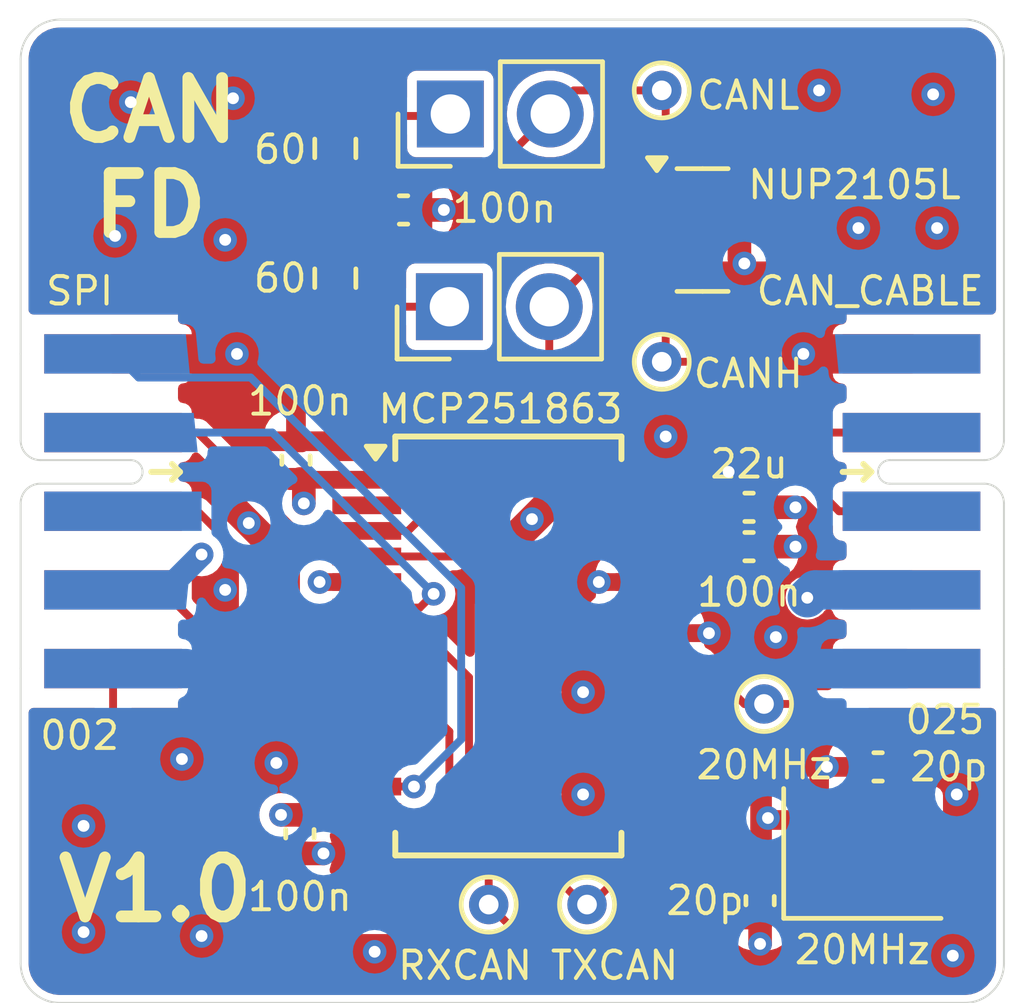
<source format=kicad_pcb>
(kicad_pcb (version 20241010) (generator "pcbnew") (generator_version "8.99")
  (layers (0 "F.Cu" signal) (4 "In1.Cu" signal) (6 "In2.Cu" signal) (2 "B.Cu" signal) (13 "F.Paste" user) (15 "B.Paste" user) (5 "F.SilkS" user "F.Silkscreen") (7 "B.SilkS" user "B.Silkscreen") (1 "F.Mask" user) (3 "B.Mask" user) (25 "Edge.Cuts" user))
  (net 0 "")
  (net 1 "GND")
  (net 2 "+3V3")
  (net 4 "+5V")
  (net 5 "Net-(C7-Pad1)")
  (net 11 "/can_to_spi_MCP25xx/OSC1")
  (net 12 "/can_to_spi_MCP25xx/OSC2")
  (net 13 "/can_to_spi_MCP25xx/CANH")
  (net 14 "/can_to_spi_MCP25xx/CANL")
  (net 15 "/can_to_spi_MCP25xx/~{INT0}")
  (net 16 "/can_to_spi_MCP25xx/SCK")
  (net 17 "/can_to_spi_MCP25xx/~{INT1}")
  (net 18 "/can_to_spi_MCP25xx/~{CS}")
  (net 19 "/can_to_spi_MCP25xx/MOSI")
  (net 20 "/can_to_spi_MCP25xx/MISO")
  (net 21 "Net-(U1-TXCAN)")
  (net 22 "Net-(U1-RXCAN)")
  (net 31 "Net-(JP1-A)")
  (net 32 "Net-(JP2-A)")
  (footprint "Connector_PinHeader_2.54mm:PinHeader_1x02_P2.54mm_Vertical" (layer "F.Cu") (at 138.325 82.8 90)
    (property "Reference" "JP2" (hide yes))
    (property "Value" "Jumper_2_Open")
    (fp_line (start -1.33 -1.33) (end 0 -1.33) (stroke (width 0.12)) (layer "F.SilkS"))
    (fp_line (start -1.33 0) (end -1.33 -1.33) (stroke (width 0.12)) (layer "F.SilkS"))
    (fp_line (start 1.33 1.27) (end 1.33 3.87) (stroke (width 0.12)) (layer "F.SilkS"))
    (fp_line (start -1.33 1.27) (end 1.33 1.27) (stroke (width 0.12)) (layer "F.SilkS"))
    (fp_line (start -1.33 1.27) (end -1.33 3.87) (stroke (width 0.12)) (layer "F.SilkS"))
    (fp_line (start -1.33 3.87) (end 1.33 3.87) (stroke (width 0.12)) (layer "F.SilkS"))
    (pad "1" thru_hole rect (at 0 0 90) (size 1.7 1.7) (drill 1) (layers "*.Cu" "*.Mask") (net 32 "Net-(JP2-A)"))
    (pad "2" thru_hole oval (at 0 2.54 90) (size 1.7 1.7) (drill 1) (layers "*.Cu" "*.Mask") (net 14 "/can_to_spi_MCP25xx/CANL"))
  )
  (footprint "TestPoint:TestPoint_THTPad_D1.0mm_Drill0.5mm" (layer "F.Cu") (at 146.3 97.8)
    (property "Reference" "TP5")
    (property "Value" "20MHz" (at 0 1.55 0) (layer "F.SilkS") (effects (font (size 0.7 0.7) (thickness 0.1))))
    (fp_circle (center 0 0) (end 0 0.7) (stroke (width 0.12)) (fill none) (layer "F.SilkS"))
    (pad "1" thru_hole circle (at 0 0) (size 1 1) (drill 0.5) (layers "*.Cu" "*.Mask") (net 11 "/can_to_spi_MCP25xx/OSC1"))
  )
  (footprint "Capacitor_SMD:C_0402_1005Metric" (layer "F.Cu") (at 146.2 102.8 -90)
    (property "Reference" "C6" (hide yes))
    (property "Value" "20p" (at 0 1.4 180) (layer "F.SilkS") (effects (font (size 0.7 0.7) (thickness 0.1))))
    (fp_line (start -0.107836 0.36) (end 0.107836 0.36) (stroke (width 0.12)) (layer "F.SilkS"))
    (fp_line (start -0.107836 -0.36) (end 0.107836 -0.36) (stroke (width 0.12)) (layer "F.SilkS"))
    (pad "1" smd roundrect (at -0.48 0 270) (size 0.56 0.62) (layers "F.Cu" "F.Mask" "F.Paste") (net 12 "/can_to_spi_MCP25xx/OSC2"))
    (pad "2" smd roundrect (at 0.48 0 270) (size 0.56 0.62) (layers "F.Cu" "F.Mask" "F.Paste") (net 1 "GND"))
  )
  (footprint "Capacitor_SMD:C_0402_1005Metric" (layer "F.Cu") (at 134.4 91.6 90)
    (property "Reference" "C1" (hide yes))
    (property "Value" "100n" (at 1.5 0.1 0) (layer "F.SilkS") (effects (font (size 0.7 0.7) (thickness 0.1))))
    (fp_line (start -0.107836 -0.36) (end 0.107836 -0.36) (stroke (width 0.12)) (layer "F.SilkS"))
    (fp_line (start -0.107836 0.36) (end 0.107836 0.36) (stroke (width 0.12)) (layer "F.SilkS"))
    (pad "1" smd roundrect (at -0.48 0 90) (size 0.56 0.62) (layers "F.Cu" "F.Mask" "F.Paste") (net 2 "+3V3"))
    (pad "2" smd roundrect (at 0.48 0 90) (size 0.56 0.62) (layers "F.Cu" "F.Mask" "F.Paste") (net 1 "GND"))
  )
  (footprint "Resistor_SMD:R_0603_1608Metric" (layer "F.Cu") (at 135.4 83.675 90)
    (property "Reference" "R2" (hide yes))
    (property "Value" "60" (at -0.025 -1.4 180) (layer "F.SilkS") (effects (font (size 0.7 0.7) (thickness 0.1))))
    (fp_line (start -0.237258 -0.5225) (end 0.237258 -0.5225) (stroke (width 0.12)) (layer "F.SilkS"))
    (fp_line (start -0.237258 0.5225) (end 0.237258 0.5225) (stroke (width 0.12)) (layer "F.SilkS"))
    (pad "1" smd roundrect (at -0.825 0 90) (size 0.8 0.95) (layers "F.Cu" "F.Mask" "F.Paste") (net 5 "Net-(C7-Pad1)"))
    (pad "2" smd roundrect (at 0.825 0 90) (size 0.8 0.95) (layers "F.Cu" "F.Mask" "F.Paste") (net 32 "Net-(JP2-A)"))
  )
  (footprint "Package_SO:SSOP-28_5.3x10.2mm_P0.65mm" (layer "F.Cu") (at 139.8 96.325)
    (property "Reference" "U1")
    (property "Value" "MCP251863" (at -0.2 -6.025 0) (layer "F.SilkS") (effects (font (size 0.7 0.7) (thickness 0.1))))
    (fp_line (start -2.875 -5.325) (end -2.875 -4.75) (stroke (width 0.15)) (layer "F.SilkS"))
    (fp_line (start -2.875 -5.325) (end 2.875 -5.325) (stroke (width 0.15)) (layer "F.SilkS"))
    (fp_line (start -2.875 4.75) (end -2.875 5.325) (stroke (width 0.15)) (layer "F.SilkS"))
    (fp_line (start -2.875 5.325) (end 2.875 5.325) (stroke (width 0.15)) (layer "F.SilkS"))
    (fp_line (start 2.875 -5.325) (end 2.875 -4.75) (stroke (width 0.15)) (layer "F.SilkS"))
    (fp_line (start 2.875 4.75) (end 2.875 5.325) (stroke (width 0.15)) (layer "F.SilkS"))
    (fp_poly (pts (xy -3.375 -4.75) (xy -3.615 -5.08) (xy -3.135 -5.08) (xy -3.375 -4.75)) (stroke (width 0.12)) (fill solid) (layer "F.SilkS"))
    (pad "1" smd rect (at -3.6 -4.225) (size 1.75 0.45) (layers "F.Cu" "F.Mask" "F.Paste") (net 2 "+3V3"))
    (pad "2" smd rect (at -3.6 -3.575) (size 1.75 0.45) (layers "F.Cu" "F.Mask" "F.Paste"))
    (pad "3" smd rect (at -3.6 -2.925) (size 1.75 0.45) (layers "F.Cu" "F.Mask" "F.Paste") (net 14 "/can_to_spi_MCP25xx/CANL"))
    (pad "4" smd rect (at -3.6 -2.275) (size 1.75 0.45) (layers "F.Cu" "F.Mask" "F.Paste") (net 13 "/can_to_spi_MCP25xx/CANH"))
    (pad "5" smd rect (at -3.6 -1.625) (size 1.75 0.45) (layers "F.Cu" "F.Mask" "F.Paste") (net 1 "GND"))
    (pad "6" smd rect (at -3.6 -0.975) (size 1.75 0.45) (layers "F.Cu" "F.Mask" "F.Paste") (net 17 "/can_to_spi_MCP25xx/~{INT1}"))
    (pad "7" smd rect (at -3.6 -0.325) (size 1.75 0.45) (layers "F.Cu" "F.Mask" "F.Paste") (net 15 "/can_to_spi_MCP25xx/~{INT0}"))
    (pad "8" smd rect (at -3.6 0.325) (size 1.75 0.45) (layers "F.Cu" "F.Mask" "F.Paste"))
    (pad "9" smd rect (at -3.6 0.975) (size 1.75 0.45) (layers "F.Cu" "F.Mask" "F.Paste") (net 16 "/can_to_spi_MCP25xx/SCK"))
    (pad "10" smd rect (at -3.6 1.625) (size 1.75 0.45) (layers "F.Cu" "F.Mask" "F.Paste") (net 19 "/can_to_spi_MCP25xx/MOSI"))
    (pad "11" smd rect (at -3.6 2.275) (size 1.75 0.45) (layers "F.Cu" "F.Mask" "F.Paste") (net 20 "/can_to_spi_MCP25xx/MISO"))
    (pad "12" smd rect (at -3.6 2.925) (size 1.75 0.45) (layers "F.Cu" "F.Mask" "F.Paste"))
    (pad "13" smd rect (at -3.6 3.575) (size 1.75 0.45) (layers "F.Cu" "F.Mask" "F.Paste") (net 18 "/can_to_spi_MCP25xx/~{CS}"))
    (pad "14" smd rect (at -3.6 4.225) (size 1.75 0.45) (layers "F.Cu" "F.Mask" "F.Paste") (net 2 "+3V3"))
    (pad "15" smd rect (at 3.6 4.225) (size 1.75 0.45) (layers "F.Cu" "F.Mask" "F.Paste") (net 21 "Net-(U1-TXCAN)"))
    (pad "16" smd rect (at 3.6 3.575) (size 1.75 0.45) (layers "F.Cu" "F.Mask" "F.Paste") (net 22 "Net-(U1-RXCAN)"))
    (pad "17" smd rect (at 3.6 2.925) (size 1.75 0.45) (layers "F.Cu" "F.Mask" "F.Paste"))
    (pad "18" smd rect (at 3.6 2.275) (size 1.75 0.45) (layers "F.Cu" "F.Mask" "F.Paste"))
    (pad "19" smd rect (at 3.6 1.625) (size 1.75 0.45) (layers "F.Cu" "F.Mask" "F.Paste"))
    (pad "20" smd rect (at 3.6 0.975) (size 1.75 0.45) (layers "F.Cu" "F.Mask" "F.Paste") (net 12 "/can_to_spi_MCP25xx/OSC2"))
    (pad "21" smd rect (at 3.6 0.325) (size 1.75 0.45) (layers "F.Cu" "F.Mask" "F.Paste") (net 11 "/can_to_spi_MCP25xx/OSC1"))
    (pad "22" smd rect (at 3.6 -0.325) (size 1.75 0.45) (layers "F.Cu" "F.Mask" "F.Paste") (net 1 "GND"))
    (pad "23" smd rect (at 3.6 -0.975) (size 1.75 0.45) (layers "F.Cu" "F.Mask" "F.Paste") (net 21 "Net-(U1-TXCAN)"))
    (pad "24" smd rect (at 3.6 -1.625) (size 1.75 0.45) (layers "F.Cu" "F.Mask" "F.Paste") (net 1 "GND"))
    (pad "25" smd rect (at 3.6 -2.275) (size 1.75 0.45) (layers "F.Cu" "F.Mask" "F.Paste") (net 4 "+5V"))
    (pad "26" smd rect (at 3.6 -2.925) (size 1.75 0.45) (layers "F.Cu" "F.Mask" "F.Paste"))
    (pad "27" smd rect (at 3.6 -3.575) (size 1.75 0.45) (layers "F.Cu" "F.Mask" "F.Paste"))
    (pad "28" smd rect (at 3.6 -4.225) (size 1.75 0.45) (layers "F.Cu" "F.Mask" "F.Paste") (net 22 "Net-(U1-RXCAN)"))
  )
  (footprint "Capacitor_SMD:C_0402_1005Metric" (layer "F.Cu") (at 145.92 93.8)
    (property "Reference" "C3" (hide yes))
    (property "Value" "100n" (at 0 1.16 0) (layer "F.SilkS") (effects (font (size 0.7 0.7) (thickness 0.1))))
    (fp_line (start -0.107836 -0.36) (end 0.107836 -0.36) (stroke (width 0.12)) (layer "F.SilkS"))
    (fp_line (start -0.107836 0.36) (end 0.107836 0.36) (stroke (width 0.12)) (layer "F.SilkS"))
    (pad "1" smd roundrect (at -0.48 0) (size 0.56 0.62) (layers "F.Cu" "F.Mask" "F.Paste") (net 4 "+5V"))
    (pad "2" smd roundrect (at 0.48 0) (size 0.56 0.62) (layers "F.Cu" "F.Mask" "F.Paste") (net 1 "GND"))
  )
  (footprint "TestPoint:TestPoint_THTPad_D1.0mm_Drill0.5mm" (layer "F.Cu") (at 141.8 102.9)
    (property "Reference" "TP1")
    (property "Value" "TXCAN" (at 0.7 1.55 0) (layer "F.SilkS") (effects (font (size 0.7 0.7) (thickness 0.1))))
    (fp_circle (center 0 0) (end 0 0.7) (stroke (width 0.12)) (fill none) (layer "F.SilkS"))
    (pad "1" thru_hole circle (at 0 0) (size 1 1) (drill 0.5) (layers "*.Cu" "*.Mask") (net 21 "Net-(U1-TXCAN)"))
  )
  (footprint "Capacitor_SMD:C_0402_1005Metric" (layer "F.Cu") (at 149.2 99.4)
    (property "Reference" "C5" (hide yes))
    (property "Value" "20p" (at 1.8 0 0) (layer "F.SilkS") (effects (font (size 0.7 0.7) (thickness 0.1))))
    (fp_line (start -0.107836 -0.36) (end 0.107836 -0.36) (stroke (width 0.12)) (layer "F.SilkS"))
    (fp_line (start -0.107836 0.36) (end 0.107836 0.36) (stroke (width 0.12)) (layer "F.SilkS"))
    (pad "1" smd roundrect (at -0.48 0) (size 0.56 0.62) (layers "F.Cu" "F.Mask" "F.Paste") (net 1 "GND"))
    (pad "2" smd roundrect (at 0.48 0) (size 0.56 0.62) (layers "F.Cu" "F.Mask" "F.Paste") (net 11 "/can_to_spi_MCP25xx/OSC1"))
  )
  (footprint "Capacitor_SMD:C_0402_1005Metric" (layer "F.Cu") (at 145.92 92.8)
    (property "Reference" "C4" (hide yes))
    (property "Value" "22u" (at 0 -1.1 0) (layer "F.SilkS") (effects (font (size 0.7 0.7) (thickness 0.1))))
    (fp_line (start -0.107836 -0.36) (end 0.107836 -0.36) (stroke (width 0.12)) (layer "F.SilkS"))
    (fp_line (start -0.107836 0.36) (end 0.107836 0.36) (stroke (width 0.12)) (layer "F.SilkS"))
    (pad "1" smd roundrect (at -0.48 0) (size 0.56 0.62) (layers "F.Cu" "F.Mask" "F.Paste") (net 4 "+5V"))
    (pad "2" smd roundrect (at 0.48 0) (size 0.56 0.62) (layers "F.Cu" "F.Mask" "F.Paste") (net 1 "GND"))
  )
  (footprint "TestPoint:TestPoint_THTPad_D1.0mm_Drill0.5mm" (layer "F.Cu") (at 143.7 89.1)
    (property "Reference" "TP3" (hide yes))
    (property "Value" "CANH" (at 2.2 0.3 0) (layer "F.SilkS") (effects (font (size 0.7 0.7) (thickness 0.1))))
    (fp_circle (center 0 0) (end 0 0.7) (stroke (width 0.12)) (fill none) (layer "F.SilkS"))
    (pad "1" thru_hole circle (at 0 0) (size 1 1) (drill 0.5) (layers "*.Cu" "*.Mask") (net 13 "/can_to_spi_MCP25xx/CANH"))
  )
  (footprint "Resistor_SMD:R_0603_1608Metric" (layer "F.Cu") (at 135.4 86.975 90)
    (property "Reference" "R1" (hide yes))
    (property "Value" "60" (at 0 -1.4 180) (layer "F.SilkS") (effects (font (size 0.7 0.7) (thickness 0.1))))
    (fp_line (start -0.237258 -0.5225) (end 0.237258 -0.5225) (stroke (width 0.12)) (layer "F.SilkS"))
    (fp_line (start -0.237258 0.5225) (end 0.237258 0.5225) (stroke (width 0.12)) (layer "F.SilkS"))
    (pad "1" smd roundrect (at -0.825 0 90) (size 0.8 0.95) (layers "F.Cu" "F.Mask" "F.Paste") (net 31 "Net-(JP1-A)"))
    (pad "2" smd roundrect (at 0.825 0 90) (size 0.8 0.95) (layers "F.Cu" "F.Mask" "F.Paste") (net 5 "Net-(C7-Pad1)"))
  )
  (footprint "TestPoint:TestPoint_THTPad_D1.0mm_Drill0.5mm" (layer "F.Cu") (at 143.7 82.2)
    (property "Reference" "TP4" (hide yes))
    (property "Value" "CANL" (at 2.2 0.125 0) (layer "F.SilkS") (effects (font (size 0.7 0.7) (thickness 0.1))))
    (fp_circle (center 0 0) (end 0 0.7) (stroke (width 0.12)) (fill none) (layer "F.SilkS"))
    (pad "1" thru_hole circle (at 0 0) (size 1 1) (drill 0.5) (layers "*.Cu" "*.Mask") (net 14 "/can_to_spi_MCP25xx/CANL"))
  )
  (footprint "Crystal:Crystal_SMD_3225-4Pin_3.2x2.5mm" (layer "F.Cu") (at 148.8 101.6)
    (property "Reference" "Y1" (hide yes))
    (property "Value" "20MHz" (at 0 2.45 0) (layer "F.SilkS") (effects (font (size 0.7 0.7) (thickness 0.1))))
    (fp_line (start -2 -1.65) (end -2 1.65) (stroke (width 0.12)) (layer "F.SilkS"))
    (fp_line (start -2 1.65) (end 2 1.65) (stroke (width 0.12)) (layer "F.SilkS"))
    (pad "1" smd rect (at -1.1 0.85) (size 1.4 1.2) (layers "F.Cu" "F.Mask" "F.Paste") (net 12 "/can_to_spi_MCP25xx/OSC2"))
    (pad "2" smd rect (at 1.1 0.85) (size 1.4 1.2) (layers "F.Cu" "F.Mask" "F.Paste") (net 1 "GND"))
    (pad "3" smd rect (at 1.1 -0.85) (size 1.4 1.2) (layers "F.Cu" "F.Mask" "F.Paste") (net 11 "/can_to_spi_MCP25xx/OSC1"))
    (pad "4" smd rect (at -1.1 -0.85) (size 1.4 1.2) (layers "F.Cu" "F.Mask" "F.Paste") (net 1 "GND"))
  )
  (footprint "Package_TO_SOT_SMD:SOT-23" (layer "F.Cu") (at 144.7375 85.75)
    (property "Reference" "D1" (hide yes))
    (property "Value" "NUP2105L" (at 3.8625 -1.15 0) (layer "F.SilkS") (effects (font (size 0.7 0.7) (thickness 0.1))))
    (fp_line (start 0 -1.56) (end -0.65 -1.56) (stroke (width 0.12)) (layer "F.SilkS"))
    (fp_line (start 0 -1.56) (end 0.65 -1.56) (stroke (width 0.12)) (layer "F.SilkS"))
    (fp_line (start 0 1.56) (end -0.65 1.56) (stroke (width 0.12)) (layer "F.SilkS"))
    (fp_line (start 0 1.56) (end 0.65 1.56) (stroke (width 0.12)) (layer "F.SilkS"))
    (fp_poly (pts (xy -1.1625 -1.51) (xy -1.4025 -1.84) (xy -0.9225 -1.84) (xy -1.1625 -1.51)) (stroke (width 0.12)) (fill solid) (layer "F.SilkS"))
    (pad "1" smd roundrect (at -0.9375 -0.95) (size 1.475 0.6) (layers "F.Cu" "F.Mask" "F.Paste") (net 14 "/can_to_spi_MCP25xx/CANL"))
    (pad "2" smd roundrect (at -0.9375 0.95) (size 1.475 0.6) (layers "F.Cu" "F.Mask" "F.Paste") (net 13 "/can_to_spi_MCP25xx/CANH"))
    (pad "3" smd roundrect (at 0.9375 0) (size 1.475 0.6) (layers "F.Cu" "F.Mask" "F.Paste") (net 1 "GND"))
  )
  (footprint "TestPoint:TestPoint_THTPad_D1.0mm_Drill0.5mm" (layer "F.Cu") (at 139.3 102.9)
    (property "Reference" "TP2")
    (property "Value" "RXCAN" (at -0.6 1.55 0) (layer "F.SilkS") (effects (font (size 0.7 0.7) (thickness 0.1))))
    (fp_circle (center 0 0) (end 0 0.7) (stroke (width 0.12)) (fill none) (layer "F.SilkS"))
    (pad "1" thru_hole circle (at 0 0) (size 1 1) (drill 0.5) (layers "*.Cu" "*.Mask") (net 22 "Net-(U1-RXCAN)"))
  )
  (footprint "put_on_edge:on_edge_2x05_host" (layer "F.Cu") (at 152.4 88.9 -90)
    (property "Reference" "J2" (hide yes))
    (property "Value" "025" (at 9.3 1.5 180) (layer "F.SilkS") (effects (font (size 0.7 0.7) (thickness 0.1))))
    (property "Type" "CAN_CABLE" (at -1.6 3.4 0) (layer "F.SilkS") (effects (font (size 0.7 0.7) (thickness 0.1))))
    (fp_line (start 3 4.1) (end 3 3.373) (stroke (width 0.153)) (layer "F.SilkS"))
    (fp_line (start 3.2 3.573) (end 3 3.373) (stroke (width 0.153)) (layer "F.SilkS"))
    (fp_line (start 3 3.373) (end 2.8 3.573) (stroke (width 0.153)) (layer "F.SilkS"))
    (fp_line (start 3.3 2.9) (end 3.3 0.5) (stroke (width 0.05)) (layer "Edge.Cuts"))
    (fp_line (start 2.7 0.5) (end 2.7 2.9) (stroke (width 0.05)) (layer "Edge.Cuts"))
    (fp_line (start 0 0) (end 2.2 0) (stroke (width 0.05)) (layer "Edge.Cuts"))
    (fp_line (start 3.8 0) (end 8 0) (stroke (width 0.05)) (layer "Edge.Cuts"))
    (fp_arc (start 3.3 2.9) (mid 3 3.2) (end 2.7 2.9) (stroke (width 0.05)) (layer "Edge.Cuts"))
    (fp_arc (start 3.3 0.5) (mid 3.446447 0.146447) (end 3.8 0) (stroke (width 0.05)) (layer "Edge.Cuts"))
    (fp_arc (start 2.2 0) (mid 2.553553 0.146447) (end 2.7 0.5) (stroke (width 0.05)) (layer "Edge.Cuts"))
    (pad "1" smd rect (at 0 2.35 270) (size 1 3.5) (layers "F.Cu" "F.Mask") (net 1 "GND"))
    (pad "2" smd rect (at 2 2.35 270) (size 1 3.5) (layers "F.Cu" "F.Mask") (net 14 "/can_to_spi_MCP25xx/CANL"))
    (pad "3" smd rect (at 4 2.35 270) (size 1 3.5) (layers "F.Cu" "F.Mask") (net 13 "/can_to_spi_MCP25xx/CANH"))
    (pad "4" smd rect (at 6 2.35 270) (size 1 3.5) (layers "F.Cu" "F.Mask"))
    (pad "5" smd rect (at 8 2.35 270) (size 1 3.5) (layers "F.Cu" "F.Mask"))
    (pad "6" smd custom (at 0 2.4 90) (size 1 3.6) (layers "B.Cu" "B.Mask") (options (clearance outline) (anchor rect)) (primitives (gr_poly (pts (xy 0.5 -1.8) (xy -0.5 -1.8) (xy 0.5 -1.9)) (width 0) (fill yes))))
    (pad "7" smd rect (at 2 2.35 90) (size 1 3.5) (layers "B.Cu" "B.Mask"))
    (pad "8" smd rect (at 4 2.35 90) (size 1 3.5) (layers "B.Cu" "B.Mask"))
    (pad "9" smd custom (at 6 2.4 90) (size 1 3.6) (layers "B.Cu" "B.Mask") (net 2 "+3V3") (options (clearance outline) (anchor rect)) (primitives (gr_poly (pts (xy 0.5 -1.8) (xy -0.5 -1.8) (xy -0.5 -1.9)) (width 0) (fill yes))))
    (pad "10" smd custom (at 8 2.5 90) (size 1 3.8) (layers "B.Cu" "B.Mask") (net 4 "+5V") (options (clearance outline) (anchor rect)) (primitives (gr_poly (pts (xy 0.5 -1.9) (xy -0.5 -1.9) (xy -0.5 -2)) (width 0) (fill yes))))
    (zone (net 0) (net_name "") (layers "F&B.Cu") (connect_pads (clearance 0)) (min_thickness 0.254)
      (keepout (tracks allowed) (vias not_allowed) (pads allowed) (copperpour not_allowed) (footprints not_allowed))
      (fill (thermal_gap 0.508) (thermal_bridge_width 0.508))
      (polygon (pts (xy 148.4 97.9) (xy 148.4 87.9) (xy 152.4 87.9) (xy 152.4 97.9)))
    )
  )
  (footprint "put_on_edge:on_edge_2x05_device" (layer "F.Cu") (at 127.4 88.9 -90)
    (property "Reference" "J1" (hide yes))
    (property "Value" "002" (at 9.7 -1.5 0) (layer "F.SilkS") (effects (font (size 0.7 0.7) (thickness 0.1))))
    (property "Type" "SPI" (at -1.6 -1.5 0) (layer "F.SilkS") (effects (font (size 0.7 0.7) (thickness 0.1))))
    (fp_line (start 2.8 -3.85) (end 3 -4.05) (stroke (width 0.153)) (layer "F.SilkS"))
    (fp_line (start 3 -4.05) (end 3 -3.323) (stroke (width 0.153)) (layer "F.SilkS"))
    (fp_line (start 3 -4.05) (end 3.2 -3.85) (stroke (width 0.153)) (layer "F.SilkS"))
    (fp_line (start 0 0) (end 2.2 0) (stroke (width 0.05)) (layer "Edge.Cuts"))
    (fp_line (start 3.8 0) (end 8 0) (stroke (width 0.05)) (layer "Edge.Cuts"))
    (fp_line (start 3.3 -0.5) (end 3.3 -2.8) (stroke (width 0.05)) (layer "Edge.Cuts"))
    (fp_line (start 2.7 -2.8) (end 2.7 -0.5) (stroke (width 0.05)) (layer "Edge.Cuts"))
    (fp_arc (start 3.8 0) (mid 3.446447 -0.146447) (end 3.3 -0.5) (stroke (width 0.05)) (layer "Edge.Cuts"))
    (fp_arc (start 2.7 -0.5) (mid 2.553553 -0.146447) (end 2.2 0) (stroke (width 0.05)) (layer "Edge.Cuts"))
    (fp_arc (start 2.7 -2.8) (mid 3 -3.1) (end 3.3 -2.8) (stroke (width 0.05)) (layer "Edge.Cuts"))
    (pad "1" smd rect (at 0 -2.35 90) (size 1 3.5) (layers "F.Cu" "F.Mask") (net 1 "GND"))
    (pad "2" smd rect (at 2 -2.35 270) (size 1 3.5) (layers "F.Cu" "F.Mask") (net 19 "/can_to_spi_MCP25xx/MOSI"))
    (pad "3" smd rect (at 4 -2.35 270) (size 1 3.5) (layers "F.Cu" "F.Mask") (net 20 "/can_to_spi_MCP25xx/MISO"))
    (pad "4" smd rect (at 6 -2.35 90) (size 1 3.5) (layers "F.Cu" "F.Mask") (net 16 "/can_to_spi_MCP25xx/SCK"))
    (pad "5" smd rect (at 8 -2.35 90) (size 1 3.5) (layers "F.Cu" "F.Mask") (net 15 "/can_to_spi_MCP25xx/~{INT0}"))
    (pad "6" smd custom (at 0 -2.4 270) (size 1 3.6) (layers "B.Cu" "B.Mask") (net 18 "/can_to_spi_MCP25xx/~{CS}") (options (clearance outline) (anchor rect)) (primitives (gr_poly (pts (xy 0.5 -1.8) (xy 0.5 -1.9) (xy -0.5 -1.8)) (width 0) (fill yes))))
    (pad "7" smd custom (at 2 -2.1 270) (size 1 3) (layers "B.Cu" "B.Mask") (net 17 "/can_to_spi_MCP25xx/~{INT1}") (options (clearance outline) (anchor rect)) (primitives (gr_poly (pts (xy 0.3 -0.51) (xy 0.31 -0.62) (xy 0.33 -0.7) (xy 0.35 -0.76) (xy 0.37 -0.81) (xy 0.4 -0.86) (xy 0.44 -0.92) (xy 0.48 -0.97) (xy 0.5 -0.99) (xy 0.5 -2.4) (xy -0.5 -2.3) (xy -0.5 1.5) (xy 0.3 1.5)) (width 0) (fill yes))))
    (pad "8" smd rect (at 4 -2.6 270) (size 1 4) (layers "B.Cu" "B.Mask"))
    (pad "9" smd custom (at 6 -2.4 270) (size 1 3.6) (layers "B.Cu" "B.Mask") (net 2 "+3V3") (options (clearance outline) (anchor rect)) (primitives (gr_poly (pts (xy -0.5 -1.8) (xy -0.5 -1.9) (xy 0.5 -1.8)) (width 0) (fill yes))))
    (pad "10" smd custom (at 8 -2.3 270) (size 1 3.4) (layers "B.Cu" "B.Mask") (net 4 "+5V") (options (clearance outline) (anchor rect)) (primitives (gr_poly (pts (xy -0.5 -1.7) (xy -0.5 -1.8) (xy 0.5 -1.7)) (width 0) (fill yes))))
    (zone (net 0) (net_name "") (layers "F&B.Cu") (connect_pads (clearance 0)) (min_thickness 0.254)
      (keepout (tracks allowed) (vias not_allowed) (pads allowed) (copperpour not_allowed) (footprints not_allowed))
      (fill (thermal_gap 0.508) (thermal_bridge_width 0.508))
      (polygon (pts (xy 127.4 97.9) (xy 127.4 87.9) (xy 131.4 87.9) (xy 131.4 97.9)))
    )
  )
  (footprint "Capacitor_SMD:C_0402_1005Metric" (layer "F.Cu") (at 134.5 101.1 -90)
    (property "Reference" "C2" (hide yes))
    (property "Value" "100n" (at 1.6 0 180) (layer "F.SilkS") (effects (font (size 0.7 0.7) (thickness 0.1))))
    (fp_line (start -0.107836 0.36) (end 0.107836 0.36) (stroke (width 0.12)) (layer "F.SilkS"))
    (fp_line (start -0.107836 -0.36) (end 0.107836 -0.36) (stroke (width 0.12)) (layer "F.SilkS"))
    (pad "1" smd roundrect (at -0.48 0 270) (size 0.56 0.62) (layers "F.Cu" "F.Mask" "F.Paste") (net 2 "+3V3"))
    (pad "2" smd roundrect (at 0.48 0 270) (size 0.56 0.62) (layers "F.Cu" "F.Mask" "F.Paste") (net 1 "GND"))
  )
  (footprint "Capacitor_SMD:C_0402_1005Metric" (layer "F.Cu") (at 137.135 85.24)
    (property "Reference" "C7" (hide yes))
    (property "Value" "100n" (at 2.565 -0.04 0) (layer "F.SilkS") (effects (font (size 0.7 0.7) (thickness 0.1))))
    (fp_line (start -0.107836 -0.36) (end 0.107836 -0.36) (stroke (width 0.12)) (layer "F.SilkS"))
    (fp_line (start -0.107836 0.36) (end 0.107836 0.36) (stroke (width 0.12)) (layer "F.SilkS"))
    (pad "1" smd roundrect (at -0.48 0) (size 0.56 0.62) (layers "F.Cu" "F.Mask" "F.Paste") (net 5 "Net-(C7-Pad1)"))
    (pad "2" smd roundrect (at 0.48 0) (size 0.56 0.62) (layers "F.Cu" "F.Mask" "F.Paste") (net 1 "GND"))
  )
  (footprint "Connector_PinHeader_2.54mm:PinHeader_1x02_P2.54mm_Vertical" (layer "F.Cu") (at 138.3 87.7 90)
    (property "Reference" "JP1" (hide yes))
    (property "Value" "Jumper_2_Open")
    (fp_line (start -1.33 -1.33) (end 0 -1.33) (stroke (width 0.12)) (layer "F.SilkS"))
    (fp_line (start -1.33 0) (end -1.33 -1.33) (stroke (width 0.12)) (layer "F.SilkS"))
    (fp_line (start 1.33 1.27) (end 1.33 3.87) (stroke (width 0.12)) (layer "F.SilkS"))
    (fp_line (start -1.33 1.27) (end 1.33 1.27) (stroke (width 0.12)) (layer "F.SilkS"))
    (fp_line (start -1.33 1.27) (end -1.33 3.87) (stroke (width 0.12)) (layer "F.SilkS"))
    (fp_line (start -1.33 3.87) (end 1.33 3.87) (stroke (width 0.12)) (layer "F.SilkS"))
    (pad "1" thru_hole rect (at 0 0 90) (size 1.7 1.7) (drill 1) (layers "*.Cu" "*.Mask") (net 31 "Net-(JP1-A)"))
    (pad "2" thru_hole oval (at 0 2.54 90) (size 1.7 1.7) (drill 1) (layers "*.Cu" "*.Mask") (net 13 "/can_to_spi_MCP25xx/CANH"))
  )
  (gr_line (start 127.4 81.4) (end 127.4 88.9) (stroke (width 0.05)) (layer "Edge.Cuts"))
  (gr_arc (start 128.4 105.4) (mid 127.692893 105.107107) (end 127.4 104.4) (stroke (width 0.05)) (layer "Edge.Cuts"))
  (gr_arc (start 151.399999 80.400001) (mid 152.107106 80.692894) (end 152.399999 81.400001) (stroke (width 0.05)) (layer "Edge.Cuts"))
  (gr_line (start 152.4 88.9) (end 152.4 81.4) (stroke (width 0.05)) (layer "Edge.Cuts"))
  (gr_arc (start 127.4 81.4) (mid 127.692893 80.692893) (end 128.4 80.4) (stroke (width 0.05)) (layer "Edge.Cuts"))
  (gr_line (start 152.399999 104.399999) (end 152.4 96.9) (stroke (width 0.05)) (layer "Edge.Cuts"))
  (gr_line (start 151.4 80.4) (end 128.4 80.4) (stroke (width 0.05)) (layer "Edge.Cuts"))
  (gr_arc (start 152.399999 104.399999) (mid 152.107106 105.107106) (end 151.399999 105.399999) (stroke (width 0.05)) (layer "Edge.Cuts"))
  (gr_line (start 128.4 105.4) (end 151.4 105.399999) (stroke (width 0.05)) (layer "Edge.Cuts"))
  (gr_line (start 127.4 96.9) (end 127.4 104.4) (stroke (width 0.05)) (layer "Edge.Cuts"))
  (gr_text "V1.0" (at 128.2 103.4 0) (layer "F.SilkS") (effects (font (size 1.5 1.5) (thickness 0.3) (bold yes)) (justify left bottom)))
  (gr_text "CAN\nFD" (at 130.7 86 0) (layer "F.SilkS") (effects (font (size 1.5 1.5) (thickness 0.3) (bold yes)) (justify bottom)))
  (segment (start 147.1 93.8) (end 146.4 93.8) (width 0.6) (layer "F.Cu") (net 1))
  (segment (start 136.2 94.7) (end 135 94.7) (width 0.45) (layer "F.Cu") (net 1))
  (segment (start 146.2 103.9) (end 146.2 103.28) (width 0.6) (layer "F.Cu") (net 1))
  (segment (start 145.675 86.475) (end 145.8 86.6) (width 0.6) (layer "F.Cu") (net 1))
  (segment (start 148.72 99.4) (end 148 99.4) (width 0.2) (layer "F.Cu") (net 1))
  (segment (start 129.75 88.9) (end 132.9 88.9) (width 1) (layer "F.Cu") (net 1))
  (segment (start 143.4 96) (end 144.9 96) (width 0.45) (layer "F.Cu") (net 1))
  (segment (start 148.1 99.4) (end 147.9 99.4) (width 0.2) (layer "F.Cu") (net 1))
  (segment (start 135.1 101.6) (end 134.52 101.6) (width 0.6) (layer "F.Cu") (net 1))
  (segment (start 148 99.4) (end 148.1 99.4) (width 0.2) (layer "F.Cu") (net 1))
  (segment (start 145.675 85.75) (end 145.675 86.475) (width 0.6) (layer "F.Cu") (net 1))
  (segment (start 133.72 91.12) (end 133.5 90.9) (width 0.2) (layer "F.Cu") (net 1))
  (segment (start 147.7 100.75) (end 146.45 100.75) (width 0.2) (layer "F.Cu") (net 1))
  (segment (start 142.1 94.7) (end 143.4 94.7) (width 0.45) (layer "F.Cu") (net 1))
  (segment (start 134.5 91.12) (end 133.72 91.12) (width 0.2) (layer "F.Cu") (net 1))
  (segment (start 137.615 85.24) (end 138.16 85.24) (width 0.6) (layer "F.Cu") (net 1))
  (segment (start 146.45 100.75) (end 146.4 100.7) (width 0.2) (layer "F.Cu") (net 1))
  (segment (start 134.52 101.6) (end 134.5 101.58) (width 0.6) (layer "F.Cu") (net 1))
  (segment (start 146.4 92.8) (end 147.1 92.8) (width 0.6) (layer "F.Cu") (net 1))
  (segment (start 150.05 88.9) (end 147.3 88.9) (width 1) (layer "F.Cu") (net 1))
  (via (at 133.9 99.3) (size 0.6) (drill 0.3) (layers "F.Cu" "B.Cu") (net 1))
  (via (at 147.1 92.8) (size 0.6) (drill 0.3) (layers "F.Cu" "B.Cu") (net 1))
  (via (at 132.8 82.4) (size 0.6) (drill 0.3) (layers "F.Cu" "B.Cu") (net 1))
  (via (at 146.6 96.1) (size 0.6) (drill 0.3) (layers "F.Cu" "B.Cu") (net 1))
  (via (at 150.6 82.3) (size 0.6) (drill 0.3) (layers "F.Cu" "B.Cu") (net 1))
  (via (at 140.4 93.1) (size 0.6) (drill 0.3) (layers "F.Cu" "B.Cu") (net 1))
  (via (at 135 94.7) (size 0.6) (drill 0.3) (layers "F.Cu" "B.Cu") (net 1))
  (via (at 132.9 88.9) (size 0.6) (drill 0.3) (layers "F.Cu" "B.Cu") (net 1))
  (via (at 151.2 100.1) (size 0.6) (drill 0.3) (layers "F.Cu" "B.Cu") (net 1))
  (via (at 132.6 94.9) (size 0.6) (drill 0.3) (layers "F.Cu" "B.Cu") (net 1))
  (via (at 129 103.6) (size 0.6) (drill 0.3) (layers "F.Cu" "B.Cu") (net 1))
  (via (at 148.7 85.7) (size 0.6) (drill 0.3) (layers "F.Cu" "B.Cu") (net 1))
  (via (at 133.2 93.2) (size 0.6) (drill 0.3) (layers "F.Cu" "B.Cu") (net 1))
  (via (at 151.1 104.2) (size 0.6) (drill 0.3) (layers "F.Cu" "B.Cu") (net 1))
  (via (at 138.16 85.24) (size 0.6) (drill 0.3) (layers "F.Cu" "B.Cu") (net 1))
  (via (at 146.2 103.9) (size 0.6) (drill 0.3) (layers "F.Cu" "B.Cu") (net 1))
  (via (at 136.4 104.1) (size 0.6) (drill 0.3) (layers "F.Cu" "B.Cu") (net 1))
  (via (at 147.7 82.2) (size 0.6) (drill 0.3) (layers "F.Cu" "B.Cu") (net 1))
  (via (at 147.9 99.4) (size 0.6) (drill 0.3) (layers "F.Cu" "B.Cu") (net 1))
  (via (at 132 103.7) (size 0.6) (drill 0.3) (layers "F.Cu" "B.Cu") (net 1))
  (via (at 147.1 93.8) (size 0.6) (drill 0.3) (layers "F.Cu" "B.Cu") (net 1))
  (via (at 135.1 101.6) (size 0.6) (drill 0.3) (layers "F.Cu" "B.Cu") (net 1))
  (via (at 144.9 96) (size 0.6) (drill 0.3) (layers "F.Cu" "B.Cu") (net 1))
  (via (at 129 100.9) (size 0.6) (drill 0.3) (layers "F.Cu" "B.Cu") (net 1))
  (via (at 142.1 94.7) (size 0.6) (drill 0.3) (layers "F.Cu" "B.Cu") (net 1))
  (via (at 150.7 85.7) (size 0.6) (drill 0.3) (layers "F.Cu" "B.Cu") (net 1))
  (via (at 147.3 88.9) (size 0.6) (drill 0.3) (layers "F.Cu" "B.Cu") (net 1))
  (via (at 146.4 100.7) (size 0.6) (drill 0.3) (layers "F.Cu" "B.Cu") (net 1))
  (via (at 145.8 86.6) (size 0.6) (drill 0.3) (layers "F.Cu" "B.Cu") (net 1))
  (via (at 141.7 97.5) (size 0.6) (drill 0.3) (layers "F.Cu" "B.Cu") (net 1))
  (via (at 143.8 91) (size 0.6) (drill 0.3) (layers "F.Cu" "B.Cu") (net 1))
  (via (at 141.7 100.1) (size 0.6) (drill 0.3) (layers "F.Cu" "B.Cu") (net 1))
  (via (at 131.5 99.2) (size 0.6) (drill 0.3) (layers "F.Cu" "B.Cu") (net 1))
  (via (at 130.2 82.5) (size 0.6) (drill 0.3) (layers "F.Cu" "B.Cu") (net 1))
  (via (at 132.6 86) (size 0.6) (drill 0.3) (layers "F.Cu" "B.Cu") (net 1))
  (via (at 129.8 85.9) (size 0.6) (drill 0.3) (layers "F.Cu" "B.Cu") (net 1))
  (segment (start 134.505 100.625) (end 134.58 100.55) (width 0.45) (layer "F.Cu") (net 2))
  (segment (start 134.5 92.08) (end 134.52 92.1) (width 0.45) (layer "F.Cu") (net 2))
  (segment (start 134.5 100.62) (end 134.505 100.625) (width 0.6) (layer "F.Cu") (net 2))
  (segment (start 134.6 92.7) (end 134.6 92.18) (width 0.6) (layer "F.Cu") (net 2))
  (segment (start 134.6 92.18) (end 134.5 92.08) (width 0.6) (layer "F.Cu") (net 2))
  (segment (start 134.52 92.1) (end 136.185 92.1) (width 0.45) (layer "F.Cu") (net 2))
  (segment (start 134.02 100.62) (end 134.5 100.62) (width 0.6) (layer "F.Cu") (net 2))
  (segment (start 134.58 100.55) (end 136.225 100.55) (width 0.45) (layer "F.Cu") (net 2))
  (via (at 147.4 95.1) (size 0.6) (drill 0.3) (layers "F.Cu" "B.Cu") (net 2))
  (via (at 134.6 92.7) (size 0.6) (drill 0.3) (layers "F.Cu" "B.Cu") (net 2))
  (via (at 132 94) (size 0.6) (drill 0.3) (layers "F.Cu" "B.Cu") (net 2))
  (via (at 134.02 100.62) (size 0.6) (drill 0.3) (layers "F.Cu" "B.Cu") (net 2))
  (segment (start 129.8 94.9) (end 131.1 94.9) (width 0.2) (layer "B.Cu") (net 2))
  (segment (start 131.1 94.9) (end 132 94) (width 0.6) (layer "B.Cu") (net 2))
  (segment (start 150 94.9) (end 147.6 94.9) (width 1) (layer "B.Cu") (net 2))
  (segment (start 147.6 94.9) (end 147.4 95.1) (width 1) (layer "B.Cu") (net 2))
  (segment (start 145.44 92.8) (end 145.44 91.94) (width 0.6) (layer "F.Cu") (net 4))
  (segment (start 145.44 93.8) (end 145.44 92.8) (width 0.6) (layer "F.Cu") (net 4))
  (segment (start 143.4 94.05) (end 145.19 94.05) (width 0.45) (layer "F.Cu") (net 4))
  (segment (start 145.44 91.94) (end 145.4 91.9) (width 0.2) (layer "F.Cu") (net 4))
  (segment (start 145.19 94.05) (end 145.44 93.8) (width 0.6) (layer "F.Cu") (net 4))
  (via (at 145.4 91.9) (size 0.6) (drill 0.3) (layers "F.Cu" "B.Cu") (net 4))
  (segment (start 132 97.3) (end 132.1 97.4) (width 0.2) (layer "B.Cu") (net 4))
  (segment (start 129.7 96.9) (end 131.6 96.9) (width 1) (layer "B.Cu") (net 4))
  (segment (start 131.6 96.9) (end 132 97.3) (width 0.6) (layer "B.Cu") (net 4))
  (segment (start 149.9 96.9) (end 147.6 96.9) (width 1) (layer "B.Cu") (net 4))
  (segment (start 136.655 85.24) (end 136.14 85.24) (width 0.2) (layer "F.Cu") (net 5))
  (segment (start 135.745 86.15) (end 136.655 85.24) (width 0.2) (layer "F.Cu") (net 5))
  (segment (start 136.14 85.24) (end 135.4 84.5) (width 0.2) (layer "F.Cu") (net 5))
  (segment (start 135.4 86.15) (end 135.745 86.15) (width 0.2) (layer "F.Cu") (net 5))
  (segment (start 144.725 96.725) (end 143.5 96.725) (width 0.2) (layer "F.Cu") (net 11))
  (segment (start 149.68 99.4) (end 149.68 100.53) (width 0.2) (layer "F.Cu") (net 11))
  (segment (start 149.68 99.4) (end 148.08 97.8) (width 0.2) (layer "F.Cu") (net 11))
  (segment (start 149.68 100.53) (end 149.9 100.75) (width 0.2) (layer "F.Cu") (net 11))
  (segment (start 148.08 97.8) (end 145.8 97.8) (width 0.2) (layer "F.Cu") (net 11))
  (segment (start 145.8 97.8) (end 144.725 96.725) (width 0.2) (layer "F.Cu") (net 11))
  (segment (start 145.6 98.731371) (end 145 98.131371) (width 0.2) (layer "F.Cu") (net 12))
  (segment (start 145 97.825) (end 144.55 97.375) (width 0.2) (layer "F.Cu") (net 12))
  (segment (start 147.57 102.32) (end 147.7 102.45) (width 0.2) (layer "F.Cu") (net 12))
  (segment (start 145.6 101.72) (end 145.6 98.731371) (width 0.2) (layer "F.Cu") (net 12))
  (segment (start 145 98.131371) (end 145 97.825) (width 0.2) (layer "F.Cu") (net 12))
  (segment (start 146.2 102.32) (end 147.57 102.32) (width 0.2) (layer "F.Cu") (net 12))
  (segment (start 146.2 102.32) (end 145.6 101.72) (width 0.2) (layer "F.Cu") (net 12))
  (segment (start 144.55 97.375) (end 143.5 97.375) (width 0.2) (layer "F.Cu") (net 12))
  (segment (start 148.207106 92.9) (end 150.05 92.9) (width 0.2) (layer "F.Cu") (net 13))
  (segment (start 144.407106 89.1) (end 148.207106 92.9) (width 0.2) (layer "F.Cu") (net 13))
  (segment (start 138.45 94.05) (end 136.2 94.05) (width 0.2) (layer "F.Cu") (net 13))
  (segment (start 143.7 89.1) (end 144.407106 89.1) (width 0.2) (layer "F.Cu") (net 13))
  (segment (start 140.84 91.66) (end 138.45 94.05) (width 0.2) (layer "F.Cu") (net 13))
  (segment (start 141.84 86.7) (end 140.84 87.7) (width 0.2) (layer "F.Cu") (net 13))
  (segment (start 143.8 86.7) (end 141.84 86.7) (width 0.2) (layer "F.Cu") (net 13))
  (segment (start 143.8 89) (end 143.7 89.1) (width 0.2) (layer "F.Cu") (net 13))
  (segment (start 143.8 86.7) (end 143.8 89) (width 0.2) (layer "F.Cu") (net 13))
  (segment (start 140.84 87.7) (end 140.84 91.66) (width 0.2) (layer "F.Cu") (net 13))
  (segment (start 147.051471 87.848529) (end 146.4 88.5) (width 0.2) (layer "F.Cu") (net 14))
  (segment (start 146.4 88.5) (end 146.4 89.4) (width 0.2) (layer "F.Cu") (net 14))
  (segment (start 147.9 90.9) (end 150.05 90.9) (width 0.2) (layer "F.Cu") (net 14))
  (segment (start 143.8 84.8) (end 143.8 82.3) (width 0.2) (layer "F.Cu") (net 14))
  (segment (start 143.8 82.3) (end 143.7 82.2) (width 0.2) (layer "F.Cu") (net 14))
  (segment (start 139.6 91.05) (end 139.6 84.065) (width 0.2) (layer "F.Cu") (net 14))
  (segment (start 146.4 89.4) (end 147.9 90.9) (width 0.2) (layer "F.Cu") (net 14))
  (segment (start 139.6 84.065) (end 140.865 82.8) (width 0.2) (layer "F.Cu") (net 14))
  (segment (start 146.103052 84.8) (end 147.051471 85.748419) (width 0.2) (layer "F.Cu") (net 14))
  (segment (start 147.051471 85.748419) (end 147.051471 87.848529) (width 0.2) (layer "F.Cu") (net 14))
  (segment (start 143.7 82.2) (end 141.465 82.2) (width 0.2) (layer "F.Cu") (net 14))
  (segment (start 143.8 84.8) (end 146.103052 84.8) (width 0.2) (layer "F.Cu") (net 14))
  (segment (start 141.465 82.2) (end 140.865 82.8) (width 0.2) (layer "F.Cu") (net 14))
  (segment (start 136.2 93.4) (end 137.25 93.4) (width 0.2) (layer "F.Cu") (net 14))
  (segment (start 137.25 93.4) (end 139.6 91.05) (width 0.2) (layer "F.Cu") (net 14))
  (segment (start 133.1 103.3) (end 136.7 103.3) (width 0.2) (layer "F.Cu") (net 15))
  (segment (start 136.7 103.3) (end 138.8 101.2) (width 0.2) (layer "F.Cu") (net 15))
  (segment (start 138.8 97.125) (end 137.675 96) (width 0.2) (layer "F.Cu") (net 15))
  (segment (start 138.8 101.2) (end 138.8 97.125) (width 0.2) (layer "F.Cu") (net 15))
  (segment (start 129.75 96.9) (end 129.75 99.95) (width 0.2) (layer "F.Cu") (net 15))
  (segment (start 137.675 96) (end 136.2 96) (width 0.2) (layer "F.Cu") (net 15))
  (segment (start 129.75 99.95) (end 133.1 103.3) (width 0.2) (layer "F.Cu") (net 15))
  (segment (start 132.7 96.6) (end 132.7 100.908067) (width 0.2) (layer "F.Cu") (net 16))
  (segment (start 137.1 97.3) (end 136.2 97.3) (width 0.2) (layer "F.Cu") (net 16))
  (segment (start 138.3 100.15) (end 138.3 98.5) (width 0.2) (layer "F.Cu") (net 16))
  (segment (start 129.75 94.9) (end 131 94.9) (width 0.2) (layer "F.Cu") (net 16))
  (segment (start 132.7 100.908067) (end 134.291933 102.5) (width 0.2) (layer "F.Cu") (net 16))
  (segment (start 135.95 102.5) (end 138.3 100.15) (width 0.2) (layer "F.Cu") (net 16))
  (segment (start 134.291933 102.5) (end 135.95 102.5) (width 0.2) (layer "F.Cu") (net 16))
  (segment (start 131 94.9) (end 132.7 96.6) (width 0.2) (layer "F.Cu") (net 16))
  (segment (start 138.3 98.5) (end 137.1 97.3) (width 0.2) (layer "F.Cu") (net 16))
  (segment (start 136.2 95.35) (end 137.55 95.35) (width 0.2) (layer "F.Cu") (net 17))
  (segment (start 137.55 95.35) (end 137.9 95) (width 0.2) (layer "F.Cu") (net 17))
  (via (at 137.9 95) (size 0.6) (drill 0.3) (layers "F.Cu" "B.Cu") (net 17))
  (segment (start 137.9 95) (end 133.8 90.9) (width 0.2) (layer "B.Cu") (net 17))
  (segment (start 133.8 90.9) (end 129.5 90.9) (width 0.2) (layer "B.Cu") (net 17))
  (segment (start 137.4 99.9) (end 136.2 99.9) (width 0.2) (layer "F.Cu") (net 18))
  (via (at 137.4 99.9) (size 0.6) (drill 0.3) (layers "F.Cu" "B.Cu") (net 18))
  (segment (start 129.8 88.9) (end 130.4 89.5) (width 0.2) (layer "B.Cu") (net 18))
  (segment (start 138.6 94.851471) (end 138.6 98.7) (width 0.2) (layer "B.Cu") (net 18))
  (segment (start 133.248529 89.5) (end 138.6 94.851471) (width 0.2) (layer "B.Cu") (net 18))
  (segment (start 130.4 89.5) (end 133.248529 89.5) (width 0.2) (layer "B.Cu") (net 18))
  (segment (start 138.6 98.7) (end 137.4 99.9) (width 0.2) (layer "B.Cu") (net 18))
  (segment (start 131.9 90.9) (end 134.4 93.4) (width 0.2) (layer "F.Cu") (net 19))
  (segment (start 134.4 93.4) (end 134.4 97.5) (width 0.2) (layer "F.Cu") (net 19))
  (segment (start 134.4 97.5) (end 134.925 98.025) (width 0.2) (layer "F.Cu") (net 19))
  (segment (start 134.925 98.025) (end 136.3 98.025) (width 0.2) (layer "F.Cu") (net 19))
  (segment (start 129.75 90.9) (end 131.9 90.9) (width 0.2) (layer "F.Cu") (net 19))
  (segment (start 133.3 94.3) (end 133.3 97.4) (width 0.2) (layer "F.Cu") (net 20))
  (segment (start 133.3 97.4) (end 134.575 98.675) (width 0.2) (layer "F.Cu") (net 20))
  (segment (start 129.75 92.9) (end 131.9 92.9) (width 0.2) (layer "F.Cu") (net 20))
  (segment (start 134.575 98.675) (end 136.3 98.675) (width 0.2) (layer "F.Cu") (net 20))
  (segment (start 131.9 92.9) (end 133.3 94.3) (width 0.2) (layer "F.Cu") (net 20))
  (segment (start 140.8 102) (end 140.8 96.8) (width 0.2) (layer "F.Cu") (net 21))
  (segment (start 141.8 103) (end 140.8 102) (width 0.2) (layer "F.Cu") (net 21))
  (segment (start 140.8 96.8) (end 142.175 95.425) (width 0.2) (layer "F.Cu") (net 21))
  (segment (start 143.5 101.3) (end 141.8 103) (width 0.2) (layer "F.Cu") (net 21))
  (segment (start 142.2 95.425) (end 143.5 95.425) (width 0.2) (layer "F.Cu") (net 21))
  (segment (start 142.175 95.425) (end 142.2 95.425) (width 0.2) (layer "F.Cu") (net 21))
  (segment (start 142.2 95.425) (end 143.475 95.425) (width 0.2) (layer "F.Cu") (net 21))
  (segment (start 143.5 100.625) (end 143.5 101.3) (width 0.2) (layer "F.Cu") (net 21))
  (segment (start 143.5 99.975) (end 144.55 99.975) (width 0.2) (layer "F.Cu") (net 22))
  (segment (start 140.5 104.1) (end 139.3 102.9) (width 0.2) (layer "F.Cu") (net 22))
  (segment (start 144.675 101.925) (end 142.5 104.1) (width 0.2) (layer "F.Cu") (net 22))
  (segment (start 139.3 95.3) (end 142.425 92.175) (width 0.2) (layer "F.Cu") (net 22))
  (segment (start 139.3 102.9) (end 139.3 95.3) (width 0.2) (layer "F.Cu") (net 22))
  (segment (start 144.675 100.1) (end 144.675 101.925) (width 0.2) (layer "F.Cu") (net 22))
  (segment (start 142.5 104.1) (end 140.5 104.1) (width 0.2) (layer "F.Cu") (net 22))
  (segment (start 142.425 92.175) (end 143.5 92.175) (width 0.2) (layer "F.Cu") (net 22))
  (segment (start 144.55 99.975) (end 144.675 100.1) (width 0.2) (layer "F.Cu") (net 22))
  (segment (start 135.5 87.7) (end 135.4 87.8) (width 0.2) (layer "F.Cu") (net 31))
  (segment (start 138.3 87.7) (end 135.5 87.7) (width 0.2) (layer "F.Cu") (net 31))
  (segment (start 138.275 82.85) (end 138.325 82.8) (width 0.2) (layer "F.Cu") (net 32))
  (segment (start 135.4 82.85) (end 138.275 82.85) (width 0.2) (layer "F.Cu") (net 32))
  (zone (net 1) (net_name "GND") (layers "F.Cu" "In1.Cu") (connect_pads (clearance 0.25)) (min_thickness 0.25) (fill yes (thermal_gap 0.5) (thermal_bridge_width 0.5))
    (polygon (pts (xy 127.4 80.4) (xy 152.4 80.4) (xy 152.4 105.4) (xy 127.4 105.4)))
  )
  (zone (net 4) (net_name "+5V") (layer "B.Cu") (connect_pads (clearance 0.25)) (min_thickness 0.25) (fill yes (thermal_gap 0.5) (thermal_bridge_width 0.5))
    (polygon (pts (xy 127.4 80.4) (xy 152.4 80.4) (xy 152.4 105.4) (xy 127.4 105.4)))
  )
)
</source>
